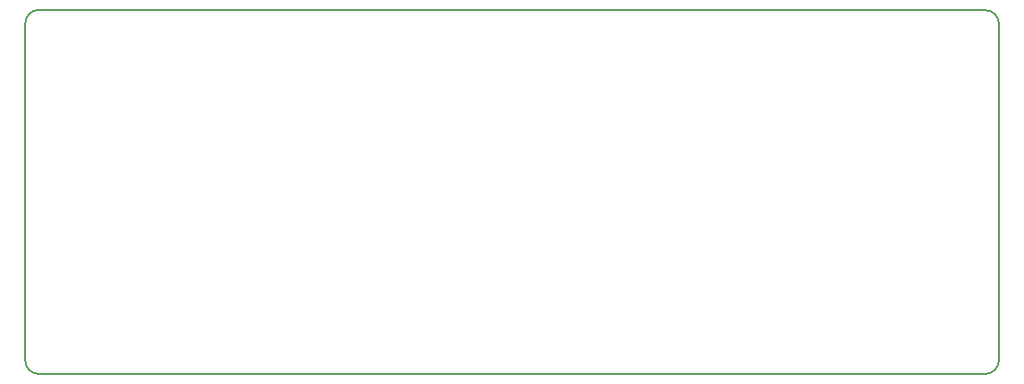
<source format=gbr>
G04 #@! TF.FileFunction,Profile,NP*
%FSLAX46Y46*%
G04 Gerber Fmt 4.6, Leading zero omitted, Abs format (unit mm)*
G04 Created by KiCad (PCBNEW 4.0.7-e2-6376~58~ubuntu16.04.1) date Mon Jun 18 12:46:04 2018*
%MOMM*%
%LPD*%
G01*
G04 APERTURE LIST*
%ADD10C,0.100000*%
%ADD11C,0.150000*%
G04 APERTURE END LIST*
D10*
D11*
X49164000Y-18389600D02*
X49164000Y15773400D01*
X49164079Y15773400D02*
G75*
G03X47726600Y17195800I-1422479J0D01*
G01*
X-48209200Y17221200D02*
G75*
G03X-49631600Y15798800I0J-1422400D01*
G01*
X-49631600Y-18389600D02*
G75*
G03X-48209200Y-19812000I1422400J0D01*
G01*
X47726601Y-19811921D02*
G75*
G03X49164000Y-18389600I14999J1422321D01*
G01*
X-48209200Y-19812000D02*
X47726600Y-19812000D01*
X47726600Y17195800D02*
X-48209200Y17221200D01*
X-49631600Y15798800D02*
X-49631600Y-18389600D01*
M02*

</source>
